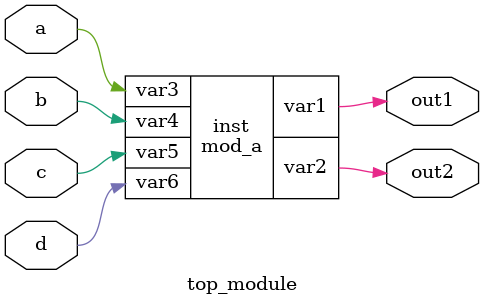
<source format=v>
module mod_a ( output var1, output var2, input var3, input var4, input var5, input var6);

endmodule


module top_module ( 
    input a, 
    input b, 
    input c,
    input d,
    output out1,
    output out2
);
    mod_a inst (out1,out2,a,b,c,d);

endmodule
</source>
